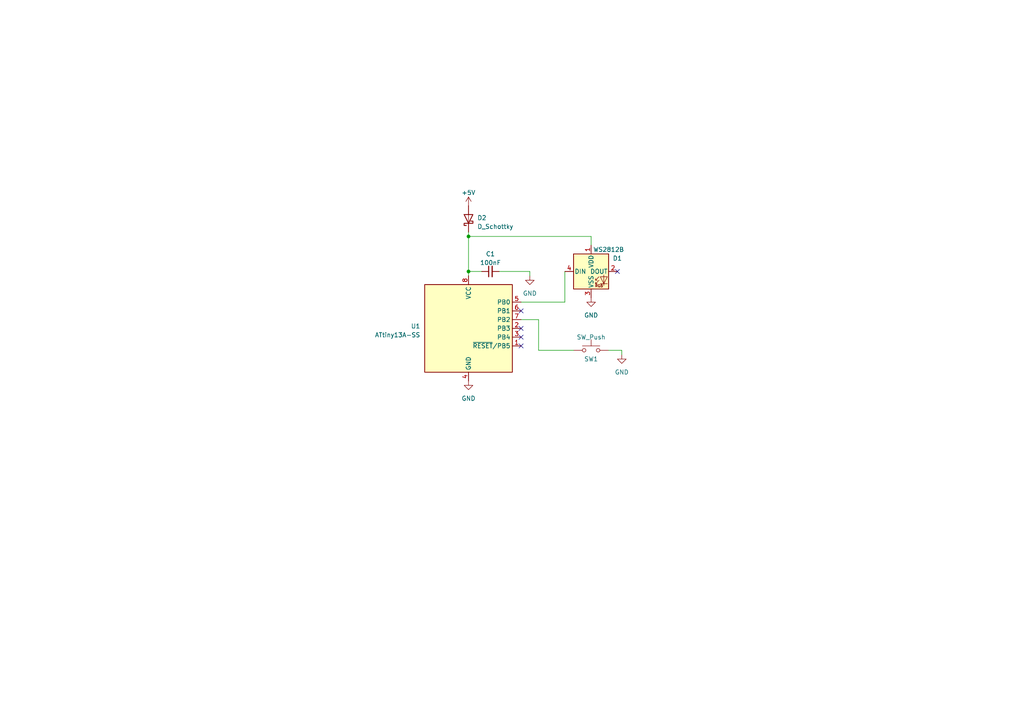
<source format=kicad_sch>
(kicad_sch (version 20230121) (generator eeschema)
  (paper "A4")
  (lib_symbols
    (symbol "Device:C_Small" (pin_numbers hide) (pin_names (offset 0.254) hide)
      (property "Reference" "C" (at 0.254 1.778 0))
      (property "Value" "C_Small" (at 0.254 -2.032 0))
      (symbol "C_Small_0_1"
        (polyline (pts (xy -1.524 -0.508) (xy 1.524 -0.508)) (stroke (width 0.3302)))
        (polyline (pts (xy -1.524 0.508) (xy 1.524 0.508)) (stroke (width 0.3048)))
      )
      (symbol "C_Small_1_1"
        (pin passive line (at 0 2.54 270) (length 2.032) (name "~") (number "1"))
        (pin passive line (at 0 -2.54 90) (length 2.032) (name "~") (number "2"))
      )
    )
    (symbol "Device:D_Schottky" (pin_numbers hide) (pin_names (offset 1.016) hide)
      (property "Reference" "D" (at 0 2.54 0))
      (property "Value" "D_Schottky" (at 0 -2.54 0))
      (symbol "D_Schottky_0_1"
        (polyline (pts (xy 1.27 0) (xy -1.27 0)))
        (polyline (pts (xy 1.27 1.27) (xy 1.27 -1.27) (xy -1.27 0) (xy 1.27 1.27)) (stroke (width 0.254)))
        (polyline (pts (xy -1.905 0.635) (xy -1.905 1.27) (xy -1.27 1.27) (xy -1.27 -1.27) (xy -0.635 -1.27) (xy -0.635 -0.635)) (stroke (width 0.254)))
      )
      (symbol "D_Schottky_1_1"
        (pin passive line (at -3.81 0 0) (length 2.54) (name "K") (number "1"))
        (pin passive line (at 3.81 0 180) (length 2.54) (name "A") (number "2"))
      )
    )
    (symbol "LED:WS2812B" (pin_names (offset 0.254))
      (property "Reference" "D" (at 5.08 5.715 0))
      (property "Value" "WS2812B" (at 1.27 -5.715 0))
      (symbol "WS2812B_0_0"
        (text "RGB" (at 2.286 -4.191 0) (effects (font (size 0.762 0.762))))
      )
      (symbol "WS2812B_0_1"
        (polyline (pts (xy 1.27 -3.556) (xy 1.778 -3.556)))
        (polyline (pts (xy 1.27 -2.54) (xy 1.778 -2.54)))
        (polyline (pts (xy 4.699 -3.556) (xy 2.667 -3.556)))
        (polyline (pts (xy 2.286 -2.54) (xy 1.27 -3.556) (xy 1.27 -3.048)))
        (polyline (pts (xy 2.286 -1.524) (xy 1.27 -2.54) (xy 1.27 -2.032)))
        (polyline (pts (xy 3.683 -1.016) (xy 3.683 -3.556) (xy 3.683 -4.064)))
        (polyline (pts (xy 4.699 -1.524) (xy 2.667 -1.524) (xy 3.683 -3.556) (xy 4.699 -1.524)))
        (rectangle (start 5.08 5.08) (end -5.08 -5.08) (stroke (width 0.254)) (fill (type background)))
      )
      (symbol "WS2812B_1_1"
        (pin power_in line (at 0 7.62 270) (length 2.54) (name "VDD") (number "1"))
        (pin output line (at 7.62 0 180) (length 2.54) (name "DOUT") (number "2"))
        (pin power_in line (at 0 -7.62 90) (length 2.54) (name "VSS") (number "3"))
        (pin input line (at -7.62 0 0) (length 2.54) (name "DIN") (number "4"))
      )
    )
    (symbol "MCU_Microchip_ATtiny:ATtiny13A-SS"
      (property "Reference" "U" (at -12.7 13.97 0))
      (property "Value" "ATtiny13A-SS" (at 2.54 -13.97 0))
      (symbol "ATtiny13A-SS_0_1"
        (rectangle (start -12.7 -12.7) (end 12.7 12.7) (stroke (width 0.254)) (fill (type background)))
      )
      (symbol "ATtiny13A-SS_1_1"
        (pin bidirectional line (at 15.24 -5.08 180) (length 2.54) (name "~{RESET}/PB5") (number "1"))
        (pin bidirectional line (at 15.24 0 180) (length 2.54) (name "PB3") (number "2"))
        (pin bidirectional line (at 15.24 -2.54 180) (length 2.54) (name "PB4") (number "3"))
        (pin power_in line (at 0 -15.24 90) (length 2.54) (name "GND") (number "4"))
        (pin bidirectional line (at 15.24 7.62 180) (length 2.54) (name "PB0") (number "5"))
        (pin bidirectional line (at 15.24 5.08 180) (length 2.54) (name "PB1") (number "6"))
        (pin bidirectional line (at 15.24 2.54 180) (length 2.54) (name "PB2") (number "7"))
        (pin power_in line (at 0 15.24 270) (length 2.54) (name "VCC") (number "8"))
      )
    )
    (symbol "Switch:SW_Push" (pin_numbers hide) (pin_names (offset 1.016) hide)
      (property "Reference" "SW" (at 1.27 2.54 0))
      (property "Value" "SW_Push" (at 0 -1.524 0))
      (symbol "SW_Push_0_1"
        (circle (center -2.032 0) (radius 0.508))
        (polyline (pts (xy 0 1.27) (xy 0 3.048)))
        (polyline (pts (xy 2.54 1.27) (xy -2.54 1.27)))
        (circle (center 2.032 0) (radius 0.508))
        (pin passive line (at -5.08 0 0) (length 2.54) (name "1") (number "1"))
        (pin passive line (at 5.08 0 180) (length 2.54) (name "2") (number "2"))
      )
    )
    (symbol "power:+5V" (power) (pin_names (offset 0))
      (property "Value" "+5V" (at 0 3.556 0))
      (symbol "+5V_0_1"
        (polyline (pts (xy -0.762 1.27) (xy 0 2.54)))
        (polyline (pts (xy 0 0) (xy 0 2.54)))
        (polyline (pts (xy 0 2.54) (xy 0.762 1.27)))
      )
      (symbol "+5V_1_1"
        (pin power_in line (at 0 0 90) (length 0) hide (name "+5V") (number "1"))
      )
    )
    (symbol "power:GND" (power) (pin_names (offset 0))
      (property "Value" "GND" (at 0 -3.81 0))
      (symbol "GND_0_1"
        (polyline (pts (xy 0 0) (xy 0 -1.27) (xy 1.27 -1.27) (xy 0 -2.54) (xy -1.27 -1.27) (xy 0 -1.27)))
      )
      (symbol "GND_1_1"
        (pin power_in line (at 0 0 270) (length 0) hide (name "GND") (number "1"))
      )
    )
  )
  (junction (at 135.89 78.74))
  (junction (at 135.89 68.58))
  (no_connect (at 151.13 100.33))
  (no_connect (at 179.07 78.74))
  (no_connect (at 151.13 90.17))
  (no_connect (at 151.13 95.25))
  (no_connect (at 151.13 97.79))
  (wire (pts (xy 135.89 68.58) (xy 171.45 68.58)))
  (wire (pts (xy 144.78 78.74) (xy 153.67 78.74)))
  (wire (pts (xy 156.21 101.6) (xy 166.37 101.6)))
  (wire (pts (xy 151.13 92.71) (xy 156.21 92.71)))
  (wire (pts (xy 135.89 68.58) (xy 135.89 78.74)))
  (wire (pts (xy 153.67 78.74) (xy 153.67 80.01)))
  (wire (pts (xy 176.53 101.6) (xy 180.34 101.6)))
  (wire (pts (xy 135.89 78.74) (xy 139.7 78.74)))
  (wire (pts (xy 163.83 87.63) (xy 163.83 78.74)))
  (wire (pts (xy 171.45 68.58) (xy 171.45 71.12)))
  (wire (pts (xy 135.89 78.74) (xy 135.89 80.01)))
  (wire (pts (xy 180.34 101.6) (xy 180.34 102.87)))
  (wire (pts (xy 135.89 67.31) (xy 135.89 68.58)))
  (wire (pts (xy 156.21 101.6) (xy 156.21 92.71)))
  (wire (pts (xy 151.13 87.63) (xy 163.83 87.63)))
  (symbol (lib_id "power:GND") (at 153.67 80.01 0) (unit 1)
    (property "Reference" "#PWR06" (effects hide))
    (property "Value" "GND" (at 153.67 85.09 0))
  )
  (symbol (lib_id "Device:C_Small") (at 142.24 78.74 90) (unit 1)
    (property "Reference" "C1" (at 142.2463 73.66 90))
    (property "Value" "100nF" (at 142.2463 76.2 90))
    (property "Footprint" "Capacitor_SMD:C_0805_2012Metric" (effects hide))
  )
  (symbol (lib_id "MCU_Microchip_ATtiny:ATtiny13A-SS") (at 135.89 95.25 0) (unit 1)
    (property "Reference" "U1" (at 121.92 94.615 0) (effects (justify right)))
    (property "Value" "ATtiny13A-SS" (at 121.92 97.155 0) (effects (justify right)))
    (property "Footprint" "Package_SO:SOIC-8_3.9x4.9mm_P1.27mm" (effects hide))
    (property "Datasheet" "http://ww1.microchip.com/downloads/en/DeviceDoc/doc8126.pdf" (effects hide))
  )
  (symbol (lib_id "Switch:SW_Push") (at 171.45 101.6 0) (unit 1)
    (property "Reference" "SW1" (at 171.45 104.14 0))
    (property "Value" "SW_Push" (at 171.45 97.79 0))
    (property "Footprint" "Button_Switch_SMD:SW_SPST_TL3342" (effects hide))
  )
  (symbol (lib_id "power:GND") (at 135.89 110.49 0) (unit 1)
    (property "Reference" "#PWR01" (effects hide))
    (property "Value" "GND" (at 135.89 115.57 0))
  )
  (symbol (lib_id "LED:WS2812B") (at 171.45 78.74 0) (unit 1)
    (property "Reference" "D1" (at 179.07 74.93 0))
    (property "Value" "WS2812B" (at 176.53 72.39 0))
    (property "Footprint" "LED_SMD:LED_WS2812B_PLCC4_5.0x5.0mm_P3.2mm" (effects hide))
    (property "Datasheet" "https://cdn-shop.adafruit.com/datasheets/WS2812B.pdf" (effects hide))
  )
  (symbol (lib_id "power:+5V") (at 135.89 59.69 0) (unit 1)
    (property "Reference" "#PWR02" (effects hide))
    (property "Value" "+5V" (at 135.89 55.88 0))
  )
  (symbol (lib_id "power:GND") (at 171.45 86.36 0) (unit 1)
    (property "Reference" "#PWR03" (effects hide))
    (property "Value" "GND" (at 171.45 91.44 0))
  )
  (symbol (lib_id "power:GND") (at 180.34 102.87 0) (unit 1)
    (property "Reference" "#PWR05" (effects hide))
    (property "Value" "GND" (at 180.34 107.95 0))
  )
  (symbol (lib_id "Device:D_Schottky") (at 135.89 63.5 90) (unit 1)
    (property "Reference" "D2" (at 138.43 63.1825 90) (effects (justify right)))
    (property "Value" "D_Schottky" (at 138.43 65.7225 90) (effects (justify right)))
    (property "Footprint" "Diode_SMD:D_Powermite_AK" (effects hide))
  )
)
</source>
